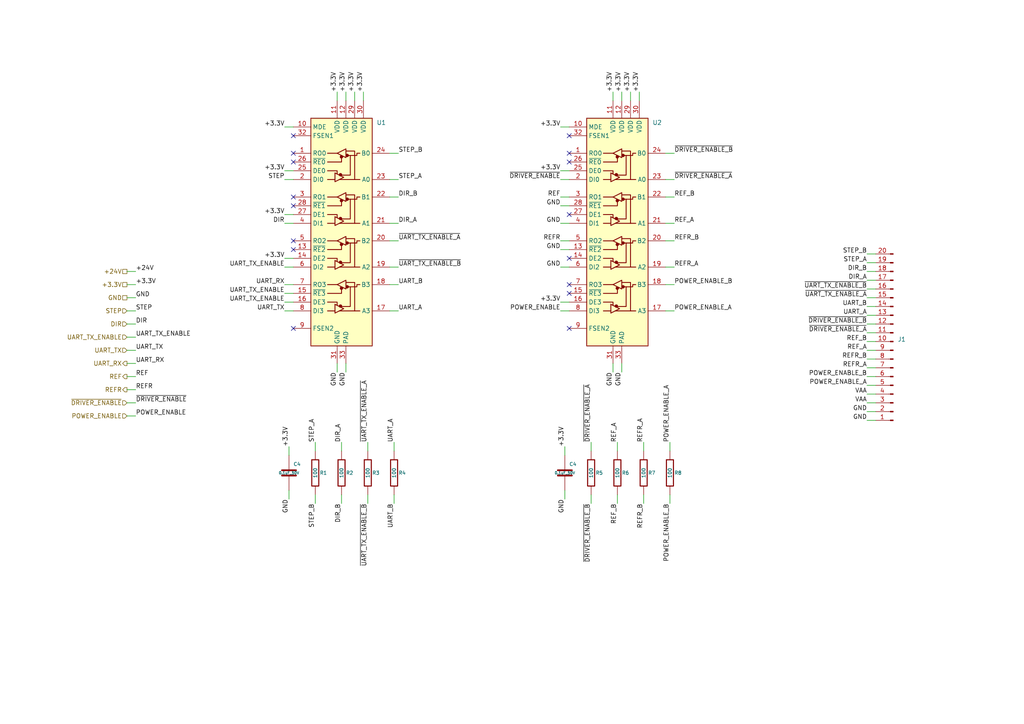
<source format=kicad_sch>
(kicad_sch (version 20230121) (generator eeschema)
  (paper "A4")
  (title_block (title "mouse_joystick_controller") (date "2023-05-22") (rev "2.0") (company "Howard Hughes Medical Institute"))
  (lib_symbols
    (symbol "Janelia:C_0.1uF_50V_0603" (pin_numbers hide) (pin_names (offset 0.254))
      (property "Reference" "C" (at 0 2.54 0))
      (property "Value" "0.1uF_50V" (at 0 0 0))
      (symbol "C_0.1uF_50V_0603_0_1"
        (polyline (pts (xy -2.032 -0.762) (xy 2.032 -0.762)) (stroke (width 0.508)))
        (polyline (pts (xy -2.032 0.762) (xy 2.032 0.762)) (stroke (width 0.508)))
      )
      (symbol "C_0.1uF_50V_0603_1_1"
        (pin passive line (at 0 5.08 270) (length 4.318) (name "~") (number "1"))
        (pin passive line (at 0 -5.08 90) (length 4.318) (name "~") (number "2"))
      )
    )
    (symbol "Janelia:Conn_FFC_20_Pin_1mm_bottom-ZF1-20-01-T-WT-TR" (pin_names (offset 1.016) hide)
      (property "Reference" "J" (at 0 25.4 0))
      (symbol "Conn_FFC_20_Pin_1mm_bottom-ZF1-20-01-T-WT-TR_1_1"
        (polyline (pts (xy 1.27 -25.4) (xy 0.8636 -25.4)) (stroke (width 0.1524)))
        (polyline (pts (xy 1.27 -22.86) (xy 0.8636 -22.86)) (stroke (width 0.1524)))
        (polyline (pts (xy 1.27 -20.32) (xy 0.8636 -20.32)) (stroke (width 0.1524)))
        (polyline (pts (xy 1.27 -17.78) (xy 0.8636 -17.78)) (stroke (width 0.1524)))
        (polyline (pts (xy 1.27 -15.24) (xy 0.8636 -15.24)) (stroke (width 0.1524)))
        (polyline (pts (xy 1.27 -12.7) (xy 0.8636 -12.7)) (stroke (width 0.1524)))
        (polyline (pts (xy 1.27 -10.16) (xy 0.8636 -10.16)) (stroke (width 0.1524)))
        (polyline (pts (xy 1.27 -7.62) (xy 0.8636 -7.62)) (stroke (width 0.1524)))
        (polyline (pts (xy 1.27 -5.08) (xy 0.8636 -5.08)) (stroke (width 0.1524)))
        (polyline (pts (xy 1.27 -2.54) (xy 0.8636 -2.54)) (stroke (width 0.1524)))
        (polyline (pts (xy 1.27 0) (xy 0.8636 0)) (stroke (width 0.1524)))
        (polyline (pts (xy 1.27 2.54) (xy 0.8636 2.54)) (stroke (width 0.1524)))
        (polyline (pts (xy 1.27 5.08) (xy 0.8636 5.08)) (stroke (width 0.1524)))
        (polyline (pts (xy 1.27 7.62) (xy 0.8636 7.62)) (stroke (width 0.1524)))
        (polyline (pts (xy 1.27 10.16) (xy 0.8636 10.16)) (stroke (width 0.1524)))
        (polyline (pts (xy 1.27 12.7) (xy 0.8636 12.7)) (stroke (width 0.1524)))
        (polyline (pts (xy 1.27 15.24) (xy 0.8636 15.24)) (stroke (width 0.1524)))
        (polyline (pts (xy 1.27 17.78) (xy 0.8636 17.78)) (stroke (width 0.1524)))
        (polyline (pts (xy 1.27 20.32) (xy 0.8636 20.32)) (stroke (width 0.1524)))
        (polyline (pts (xy 1.27 22.86) (xy 0.8636 22.86)) (stroke (width 0.1524)))
        (rectangle (start 0.8636 -25.273) (end 0 -25.527) (stroke (width 0.1524)) (fill (type outline)))
        (rectangle (start 0.8636 -22.733) (end 0 -22.987) (stroke (width 0.1524)) (fill (type outline)))
        (rectangle (start 0.8636 -20.193) (end 0 -20.447) (stroke (width 0.1524)) (fill (type outline)))
        (rectangle (start 0.8636 -17.653) (end 0 -17.907) (stroke (width 0.1524)) (fill (type outline)))
        (rectangle (start 0.8636 -15.113) (end 0 -15.367) (stroke (width 0.1524)) (fill (type outline)))
        (rectangle (start 0.8636 -12.573) (end 0 -12.827) (stroke (width 0.1524)) (fill (type outline)))
        (rectangle (start 0.8636 -10.033) (end 0 -10.287) (stroke (width 0.1524)) (fill (type outline)))
        (rectangle (start 0.8636 -7.493) (end 0 -7.747) (stroke (width 0.1524)) (fill (type outline)))
        (rectangle (start 0.8636 -4.953) (end 0 -5.207) (stroke (width 0.1524)) (fill (type outline)))
        (rectangle (start 0.8636 -2.413) (end 0 -2.667) (stroke (width 0.1524)) (fill (type outline)))
        (rectangle (start 0.8636 0.127) (end 0 -0.127) (stroke (width 0.1524)) (fill (type outline)))
        (rectangle (start 0.8636 2.667) (end 0 2.413) (stroke (width 0.1524)) (fill (type outline)))
        (rectangle (start 0.8636 5.207) (end 0 4.953) (stroke (width 0.1524)) (fill (type outline)))
        (rectangle (start 0.8636 7.747) (end 0 7.493) (stroke (width 0.1524)) (fill (type outline)))
        (rectangle (start 0.8636 10.287) (end 0 10.033) (stroke (width 0.1524)) (fill (type outline)))
        (rectangle (start 0.8636 12.827) (end 0 12.573) (stroke (width 0.1524)) (fill (type outline)))
        (rectangle (start 0.8636 15.367) (end 0 15.113) (stroke (width 0.1524)) (fill (type outline)))
        (rectangle (start 0.8636 17.907) (end 0 17.653) (stroke (width 0.1524)) (fill (type outline)))
        (rectangle (start 0.8636 20.447) (end 0 20.193) (stroke (width 0.1524)) (fill (type outline)))
        (rectangle (start 0.8636 22.987) (end 0 22.733) (stroke (width 0.1524)) (fill (type outline)))
        (pin passive line (at 5.08 22.86 180) (length 3.81) (name "Pin_1") (number "1"))
        (pin passive line (at 5.08 0 180) (length 3.81) (name "Pin_10") (number "10"))
        (pin passive line (at 5.08 -2.54 180) (length 3.81) (name "Pin_11") (number "11"))
        (pin passive line (at 5.08 -5.08 180) (length 3.81) (name "Pin_12") (number "12"))
        (pin passive line (at 5.08 -7.62 180) (length 3.81) (name "Pin_13") (number "13"))
        (pin passive line (at 5.08 -10.16 180) (length 3.81) (name "Pin_14") (number "14"))
        (pin passive line (at 5.08 -12.7 180) (length 3.81) (name "Pin_15") (number "15"))
        (pin passive line (at 5.08 -15.24 180) (length 3.81) (name "Pin_16") (number "16"))
        (pin passive line (at 5.08 -17.78 180) (length 3.81) (name "Pin_17") (number "17"))
        (pin passive line (at 5.08 -20.32 180) (length 3.81) (name "Pin_18") (number "18"))
        (pin passive line (at 5.08 -22.86 180) (length 3.81) (name "Pin_19") (number "19"))
        (pin passive line (at 5.08 20.32 180) (length 3.81) (name "Pin_2") (number "2"))
        (pin passive line (at 5.08 -25.4 180) (length 3.81) (name "Pin_20") (number "20"))
        (pin passive line (at 5.08 17.78 180) (length 3.81) (name "Pin_3") (number "3"))
        (pin passive line (at 5.08 15.24 180) (length 3.81) (name "Pin_4") (number "4"))
        (pin passive line (at 5.08 12.7 180) (length 3.81) (name "Pin_5") (number "5"))
        (pin passive line (at 5.08 10.16 180) (length 3.81) (name "Pin_6") (number "6"))
        (pin passive line (at 5.08 7.62 180) (length 3.81) (name "Pin_7") (number "7"))
        (pin passive line (at 5.08 5.08 180) (length 3.81) (name "Pin_8") (number "8"))
        (pin passive line (at 5.08 2.54 180) (length 3.81) (name "Pin_9") (number "9"))
      )
    )
    (symbol "Janelia:LVDS_4-4_HALF_DS91M040TSQE"
      (property "Reference" "U" (at 10.16 31.75 0))
      (symbol "LVDS_4-4_HALF_DS91M040TSQE_0_1"
        (rectangle (start -8.89 33.02) (end 8.89 -33.02) (stroke (width 0.254)) (fill (type background)))
        (circle (center -0.3048 -21.463) (radius 0.3556) (stroke (width 0.254)) (fill (type outline)))
        (circle (center -0.3048 -8.763) (radius 0.3556) (stroke (width 0.254)) (fill (type outline)))
        (circle (center -0.3048 3.937) (radius 0.3556) (stroke (width 0.254)) (fill (type outline)))
        (circle (center -0.3048 16.637) (radius 0.3556) (stroke (width 0.254)) (fill (type outline)))
        (circle (center -0.0254 -16.2814) (radius 0.3556) (stroke (width 0.254)) (fill (type outline)))
        (circle (center -0.0254 -3.5814) (radius 0.3556) (stroke (width 0.254)) (fill (type outline)))
        (circle (center -0.0254 9.1186) (radius 0.3556) (stroke (width 0.254)) (fill (type outline)))
        (circle (center -0.0254 21.8186) (radius 0.3556) (stroke (width 0.254)) (fill (type outline)))
        (polyline (pts (xy -4.064 -22.86) (xy -1.905 -22.86)) (stroke (width 0.254)))
        (polyline (pts (xy -4.064 -15.24) (xy -1.27 -15.24)) (stroke (width 0.254)))
        (polyline (pts (xy -4.064 -10.16) (xy -1.905 -10.16)) (stroke (width 0.254)))
        (polyline (pts (xy -4.064 -2.54) (xy -1.27 -2.54)) (stroke (width 0.254)))
        (polyline (pts (xy -4.064 2.54) (xy -1.905 2.54)) (stroke (width 0.254)))
        (polyline (pts (xy -4.064 10.16) (xy -1.27 10.16)) (stroke (width 0.254)))
        (polyline (pts (xy -4.064 15.24) (xy -1.905 15.24)) (stroke (width 0.254)))
        (polyline (pts (xy -4.064 22.86) (xy -1.27 22.86)) (stroke (width 0.254)))
        (polyline (pts (xy -1.27 -20.9804) (xy -1.27 -21.2344)) (stroke (width 0.254)))
        (polyline (pts (xy -1.27 -8.2804) (xy -1.27 -8.5344)) (stroke (width 0.254)))
        (polyline (pts (xy -1.27 4.4196) (xy -1.27 4.1656)) (stroke (width 0.254)))
        (polyline (pts (xy -1.27 17.1196) (xy -1.27 16.8656)) (stroke (width 0.254)))
        (polyline (pts (xy -0.635 -22.86) (xy 5.334 -22.86)) (stroke (width 0.254)))
        (polyline (pts (xy -0.635 -10.16) (xy 5.334 -10.16)) (stroke (width 0.254)))
        (polyline (pts (xy -0.635 2.54) (xy 5.334 2.54)) (stroke (width 0.254)))
        (polyline (pts (xy -0.635 15.24) (xy 5.334 15.24)) (stroke (width 0.254)))
        (polyline (pts (xy -4.064 -20.32) (xy -1.27 -20.32) (xy -1.27 -20.955)) (stroke (width 0.254)))
        (polyline (pts (xy -4.064 -7.62) (xy -1.27 -7.62) (xy -1.27 -8.255)) (stroke (width 0.254)))
        (polyline (pts (xy -4.064 5.08) (xy -1.27 5.08) (xy -1.27 4.445)) (stroke (width 0.254)))
        (polyline (pts (xy -4.064 17.78) (xy -1.27 17.78) (xy -1.27 17.145)) (stroke (width 0.254)))
        (polyline (pts (xy 0 -16.51) (xy 0 -17.78) (xy -4.064 -17.78)) (stroke (width 0.254)))
        (polyline (pts (xy 0 -3.81) (xy 0 -5.08) (xy -4.064 -5.08)) (stroke (width 0.254)))
        (polyline (pts (xy 0 8.89) (xy 0 7.62) (xy -4.064 7.62)) (stroke (width 0.254)))
        (polyline (pts (xy 0 21.59) (xy 0 20.32) (xy -4.064 20.32)) (stroke (width 0.254)))
        (polyline (pts (xy 1.27 -14.605) (xy 3.81 -14.605) (xy 3.81 -22.86)) (stroke (width 0.254)))
        (polyline (pts (xy 1.27 -1.905) (xy 3.81 -1.905) (xy 3.81 -10.16)) (stroke (width 0.254)))
        (polyline (pts (xy 1.27 10.795) (xy 3.81 10.795) (xy 3.81 2.54)) (stroke (width 0.254)))
        (polyline (pts (xy 1.27 23.495) (xy 3.81 23.495) (xy 3.81 15.24)) (stroke (width 0.254)))
        (polyline (pts (xy 2.54 -15.875) (xy 2.54 -21.59) (xy 0 -21.59)) (stroke (width 0.254)))
        (polyline (pts (xy 2.54 -3.175) (xy 2.54 -8.89) (xy 0 -8.89)) (stroke (width 0.254)))
        (polyline (pts (xy 2.54 9.525) (xy 2.54 3.81) (xy 0 3.81)) (stroke (width 0.254)))
        (polyline (pts (xy 2.54 22.225) (xy 2.54 16.51) (xy 0 16.51)) (stroke (width 0.254)))
        (polyline (pts (xy -1.905 -20.955) (xy -1.905 -23.495) (xy 0.635 -22.225) (xy -1.905 -20.955)) (stroke (width 0.254)))
        (polyline (pts (xy -1.905 -8.255) (xy -1.905 -10.795) (xy 0.635 -9.525) (xy -1.905 -8.255)) (stroke (width 0.254)))
        (polyline (pts (xy -1.905 4.445) (xy -1.905 1.905) (xy 0.635 3.175) (xy -1.905 4.445)) (stroke (width 0.254)))
        (polyline (pts (xy -1.905 17.145) (xy -1.905 14.605) (xy 0.635 15.875) (xy -1.905 17.145)) (stroke (width 0.254)))
        (polyline (pts (xy -1.27 -15.24) (xy 1.27 -13.97) (xy 1.27 -16.51) (xy -1.27 -15.24)) (stroke (width 0.254)))
        (polyline (pts (xy -1.27 -2.54) (xy 1.27 -1.27) (xy 1.27 -3.81) (xy -1.27 -2.54)) (stroke (width 0.254)))
        (polyline (pts (xy -1.27 10.16) (xy 1.27 11.43) (xy 1.27 8.89) (xy -1.27 10.16)) (stroke (width 0.254)))
        (polyline (pts (xy -1.27 22.86) (xy 1.27 24.13) (xy 1.27 21.59) (xy -1.27 22.86)) (stroke (width 0.254)))
        (polyline (pts (xy 1.905 -15.875) (xy 4.445 -15.875) (xy 4.445 -15.24) (xy 5.334 -15.24)) (stroke (width 0.254)))
        (polyline (pts (xy 1.905 -3.175) (xy 4.445 -3.175) (xy 4.445 -2.54) (xy 5.334 -2.54)) (stroke (width 0.254)))
        (polyline (pts (xy 1.905 9.525) (xy 4.445 9.525) (xy 4.445 10.16) (xy 5.334 10.16)) (stroke (width 0.254)))
        (polyline (pts (xy 1.905 22.225) (xy 4.445 22.225) (xy 4.445 22.86) (xy 5.334 22.86)) (stroke (width 0.254)))
        (rectangle (start 1.27 -14.605) (end 1.27 -14.605))
        (rectangle (start 1.27 -1.905) (end 1.27 -1.905))
        (rectangle (start 1.27 10.795) (end 1.27 10.795))
        (rectangle (start 1.27 23.495) (end 1.27 23.495))
        (circle (center 1.651 -15.875) (radius 0.3556) (stroke (width 0.254)) (fill (type outline)))
        (circle (center 1.651 -3.175) (radius 0.3556) (stroke (width 0.254)) (fill (type outline)))
        (circle (center 1.651 9.525) (radius 0.3556) (stroke (width 0.254)) (fill (type outline)))
        (circle (center 1.651 22.225) (radius 0.3556) (stroke (width 0.254)) (fill (type outline)))
      )
      (symbol "LVDS_4-4_HALF_DS91M040TSQE_1_1"
        (pin output line (at -13.97 22.86 0) (length 5.08) (name "RO0") (number "1"))
        (pin input line (at -13.97 30.48 0) (length 5.08) (name "MDE") (number "10"))
        (pin power_in line (at -1.27 38.1 270) (length 5.08) (name "VDD") (number "11"))
        (pin power_in line (at 1.27 38.1 270) (length 5.08) (name "VDD") (number "12"))
        (pin input line (at -13.97 -5.08 0) (length 5.08) (name "~{RE2}") (number "13"))
        (pin input line (at -13.97 -7.62 0) (length 5.08) (name "DE2") (number "14"))
        (pin input line (at -13.97 -17.78 0) (length 5.08) (name "~{RE3}") (number "15"))
        (pin input line (at -13.97 -20.32 0) (length 5.08) (name "DE3") (number "16"))
        (pin bidirectional line (at 13.97 -22.86 180) (length 5.08) (name "A3") (number "17"))
        (pin bidirectional line (at 13.97 -15.24 180) (length 5.08) (name "B3") (number "18"))
        (pin bidirectional line (at 13.97 -10.16 180) (length 5.08) (name "A2") (number "19"))
        (pin input line (at -13.97 15.24 0) (length 5.08) (name "DI0") (number "2"))
        (pin bidirectional line (at 13.97 -2.54 180) (length 5.08) (name "B2") (number "20"))
        (pin bidirectional line (at 13.97 2.54 180) (length 5.08) (name "A1") (number "21"))
        (pin bidirectional line (at 13.97 10.16 180) (length 5.08) (name "B1") (number "22"))
        (pin bidirectional line (at 13.97 15.24 180) (length 5.08) (name "A0") (number "23"))
        (pin bidirectional line (at 13.97 22.86 180) (length 5.08) (name "B0") (number "24"))
        (pin input line (at -13.97 17.78 0) (length 5.08) (name "DE0") (number "25"))
        (pin input line (at -13.97 20.32 0) (length 5.08) (name "~{RE0}") (number "26"))
        (pin input line (at -13.97 5.08 0) (length 5.08) (name "DE1") (number "27"))
        (pin input line (at -13.97 7.62 0) (length 5.08) (name "~{RE1}") (number "28"))
        (pin power_in line (at 3.81 38.1 270) (length 5.08) (name "VDD") (number "29"))
        (pin output line (at -13.97 10.16 0) (length 5.08) (name "RO1") (number "3"))
        (pin power_in line (at 6.35 38.1 270) (length 5.08) (name "VDD") (number "30"))
        (pin power_in line (at -1.27 -38.1 90) (length 5.08) (name "GND") (number "31"))
        (pin input line (at -13.97 27.94 0) (length 5.08) (name "FSEN1") (number "32"))
        (pin power_in line (at 1.27 -38.1 90) (length 5.08) (name "PAD") (number "33"))
        (pin input line (at -13.97 2.54 0) (length 5.08) (name "DI1") (number "4"))
        (pin output line (at -13.97 -2.54 0) (length 5.08) (name "RO2") (number "5"))
        (pin input line (at -13.97 -10.16 0) (length 5.08) (name "DI2") (number "6"))
        (pin output line (at -13.97 -15.24 0) (length 5.08) (name "RO3") (number "7"))
        (pin input line (at -13.97 -22.86 0) (length 5.08) (name "DI3") (number "8"))
        (pin input line (at -13.97 -27.94 0) (length 5.08) (name "FSEN2") (number "9"))
      )
    )
    (symbol "Janelia:R_100_0402" (pin_numbers hide) (pin_names (offset 0))
      (property "Reference" "R" (at 2.032 0 90))
      (property "Value" "100" (at 0.1778 0.0254 90))
      (symbol "R_100_0402_0_1"
        (rectangle (start -1.016 3.81) (end 1.016 -3.81) (stroke (width 0.3048)))
      )
      (symbol "R_100_0402_1_1"
        (pin passive line (at 0 6.35 270) (length 2.54) (name "~") (number "1"))
        (pin passive line (at 0 -6.35 90) (length 2.54) (name "~") (number "2"))
      )
    )
  )
  (no_connect (at 85.09 72.39))
  (no_connect (at 165.1 82.55))
  (no_connect (at 165.1 74.93))
  (no_connect (at 165.1 95.25))
  (no_connect (at 165.1 85.09))
  (no_connect (at 85.09 69.85))
  (no_connect (at 165.1 62.23))
  (no_connect (at 85.09 95.25))
  (no_connect (at 165.1 44.45))
  (no_connect (at 85.09 57.15))
  (no_connect (at 85.09 59.69))
  (no_connect (at 85.09 46.99))
  (no_connect (at 85.09 44.45))
  (no_connect (at 85.09 39.37))
  (no_connect (at 165.1 46.99))
  (no_connect (at 165.1 39.37))
  (wire (pts (xy 113.03 69.85) (xy 115.57 69.85)))
  (wire (pts (xy 82.55 90.17) (xy 85.09 90.17)))
  (wire (pts (xy 251.46 73.66) (xy 254 73.66)))
  (wire (pts (xy 165.1 57.15) (xy 162.56 57.15)))
  (wire (pts (xy 113.03 77.47) (xy 115.57 77.47)))
  (wire (pts (xy 163.83 142.24) (xy 163.83 144.78)))
  (wire (pts (xy 105.41 29.21) (xy 105.41 26.67)))
  (wire (pts (xy 186.69 143.51) (xy 186.69 146.05)))
  (wire (pts (xy 165.1 49.53) (xy 162.56 49.53)))
  (wire (pts (xy 39.37 120.65) (xy 36.83 120.65)))
  (wire (pts (xy 113.03 90.17) (xy 115.57 90.17)))
  (wire (pts (xy 193.04 77.47) (xy 195.58 77.47)))
  (wire (pts (xy 39.37 82.55) (xy 36.83 82.55)))
  (wire (pts (xy 85.09 87.63) (xy 82.55 87.63)))
  (wire (pts (xy 185.42 29.21) (xy 185.42 26.67)))
  (wire (pts (xy 254 106.68) (xy 251.46 106.68)))
  (wire (pts (xy 254 109.22) (xy 251.46 109.22)))
  (wire (pts (xy 83.82 142.24) (xy 83.82 144.78)))
  (wire (pts (xy 39.37 97.79) (xy 36.83 97.79)))
  (wire (pts (xy 165.1 64.77) (xy 162.56 64.77)))
  (wire (pts (xy 100.33 29.21) (xy 100.33 26.67)))
  (wire (pts (xy 194.31 143.51) (xy 194.31 146.05)))
  (wire (pts (xy 39.37 93.98) (xy 36.83 93.98)))
  (wire (pts (xy 193.04 44.45) (xy 195.58 44.45)))
  (wire (pts (xy 113.03 44.45) (xy 115.57 44.45)))
  (wire (pts (xy 102.87 29.21) (xy 102.87 26.67)))
  (wire (pts (xy 254 88.9) (xy 251.46 88.9)))
  (wire (pts (xy 97.79 29.21) (xy 97.79 26.67)))
  (wire (pts (xy 39.37 101.6) (xy 36.83 101.6)))
  (wire (pts (xy 85.09 64.77) (xy 82.55 64.77)))
  (wire (pts (xy 177.8 29.21) (xy 177.8 26.67)))
  (wire (pts (xy 254 99.06) (xy 251.46 99.06)))
  (wire (pts (xy 39.37 86.36) (xy 36.83 86.36)))
  (wire (pts (xy 165.1 77.47) (xy 162.56 77.47)))
  (wire (pts (xy 91.44 143.51) (xy 91.44 146.05)))
  (wire (pts (xy 39.37 105.41) (xy 36.83 105.41)))
  (wire (pts (xy 251.46 86.36) (xy 254 86.36)))
  (wire (pts (xy 251.46 81.28) (xy 254 81.28)))
  (wire (pts (xy 193.04 57.15) (xy 195.58 57.15)))
  (wire (pts (xy 85.09 77.47) (xy 82.55 77.47)))
  (wire (pts (xy 254 116.84) (xy 251.46 116.84)))
  (wire (pts (xy 165.1 90.17) (xy 162.56 90.17)))
  (wire (pts (xy 97.79 105.41) (xy 97.79 107.95)))
  (wire (pts (xy 85.09 85.09) (xy 82.55 85.09)))
  (wire (pts (xy 39.37 116.84) (xy 36.83 116.84)))
  (wire (pts (xy 194.31 128.27) (xy 194.31 130.81)))
  (wire (pts (xy 85.09 52.07) (xy 82.55 52.07)))
  (wire (pts (xy 113.03 52.07) (xy 115.57 52.07)))
  (wire (pts (xy 85.09 62.23) (xy 82.55 62.23)))
  (wire (pts (xy 171.45 143.51) (xy 171.45 146.05)))
  (wire (pts (xy 85.09 49.53) (xy 82.55 49.53)))
  (wire (pts (xy 254 114.3) (xy 251.46 114.3)))
  (wire (pts (xy 165.1 69.85) (xy 162.56 69.85)))
  (wire (pts (xy 251.46 83.82) (xy 254 83.82)))
  (wire (pts (xy 114.3 143.51) (xy 114.3 146.05)))
  (wire (pts (xy 165.1 87.63) (xy 162.56 87.63)))
  (wire (pts (xy 113.03 64.77) (xy 115.57 64.77)))
  (wire (pts (xy 180.34 29.21) (xy 180.34 26.67)))
  (wire (pts (xy 254 96.52) (xy 251.46 96.52)))
  (wire (pts (xy 254 111.76) (xy 251.46 111.76)))
  (wire (pts (xy 106.68 143.51) (xy 106.68 146.05)))
  (wire (pts (xy 179.07 143.51) (xy 179.07 146.05)))
  (wire (pts (xy 165.1 72.39) (xy 162.56 72.39)))
  (wire (pts (xy 91.44 128.27) (xy 91.44 130.81)))
  (wire (pts (xy 179.07 128.27) (xy 179.07 130.81)))
  (wire (pts (xy 182.88 29.21) (xy 182.88 26.67)))
  (wire (pts (xy 186.69 128.27) (xy 186.69 130.81)))
  (wire (pts (xy 251.46 78.74) (xy 254 78.74)))
  (wire (pts (xy 254 101.6) (xy 251.46 101.6)))
  (wire (pts (xy 113.03 82.55) (xy 115.57 82.55)))
  (wire (pts (xy 82.55 82.55) (xy 85.09 82.55)))
  (wire (pts (xy 106.68 128.27) (xy 106.68 130.81)))
  (wire (pts (xy 177.8 105.41) (xy 177.8 107.95)))
  (wire (pts (xy 254 104.14) (xy 251.46 104.14)))
  (wire (pts (xy 39.37 113.03) (xy 36.83 113.03)))
  (wire (pts (xy 254 119.38) (xy 251.46 119.38)))
  (wire (pts (xy 165.1 36.83) (xy 162.56 36.83)))
  (wire (pts (xy 113.03 57.15) (xy 115.57 57.15)))
  (wire (pts (xy 254 91.44) (xy 251.46 91.44)))
  (wire (pts (xy 39.37 78.74) (xy 36.83 78.74)))
  (wire (pts (xy 193.04 82.55) (xy 195.58 82.55)))
  (wire (pts (xy 39.37 109.22) (xy 36.83 109.22)))
  (wire (pts (xy 100.33 105.41) (xy 100.33 107.95)))
  (wire (pts (xy 83.82 132.08) (xy 83.82 129.54)))
  (wire (pts (xy 85.09 36.83) (xy 82.55 36.83)))
  (wire (pts (xy 193.04 69.85) (xy 195.58 69.85)))
  (wire (pts (xy 165.1 52.07) (xy 162.56 52.07)))
  (wire (pts (xy 39.37 90.17) (xy 36.83 90.17)))
  (wire (pts (xy 193.04 64.77) (xy 195.58 64.77)))
  (wire (pts (xy 171.45 128.27) (xy 171.45 130.81)))
  (wire (pts (xy 165.1 59.69) (xy 162.56 59.69)))
  (wire (pts (xy 114.3 128.27) (xy 114.3 130.81)))
  (wire (pts (xy 163.83 132.08) (xy 163.83 129.54)))
  (wire (pts (xy 99.06 128.27) (xy 99.06 130.81)))
  (wire (pts (xy 254 121.92) (xy 251.46 121.92)))
  (wire (pts (xy 99.06 143.51) (xy 99.06 146.05)))
  (wire (pts (xy 254 93.98) (xy 251.46 93.98)))
  (wire (pts (xy 85.09 74.93) (xy 82.55 74.93)))
  (wire (pts (xy 251.46 76.2) (xy 254 76.2)))
  (wire (pts (xy 193.04 52.07) (xy 195.58 52.07)))
  (wire (pts (xy 180.34 105.41) (xy 180.34 107.95)))
  (wire (pts (xy 193.04 90.17) (xy 195.58 90.17)))
  (label "~{DRIVER_ENABLE_B}" (at 251.46 93.98 180))
  (label "+3.3V" (at 162.56 49.53 180))
  (label "+3.3V" (at 162.56 36.83 180))
  (label "UART_TX_ENABLE" (at 82.55 77.47 180))
  (label "GND" (at 162.56 72.39 180))
  (label "+24V" (at 39.37 78.74 0))
  (label "POWER_ENABLE_A" (at 195.58 90.17 0))
  (label "UART_B" (at 114.3 146.05 270))
  (label "GND" (at 100.33 107.95 270))
  (label "POWER_ENABLE_B" (at 251.46 109.22 180))
  (label "STEP_A" (at 251.46 76.2 180))
  (label "+3.3V" (at 102.87 26.67 90))
  (label "REFR_A" (at 251.46 106.68 180))
  (label "+3.3V" (at 163.83 129.54 90))
  (label "+3.3V" (at 39.37 82.55 0))
  (label "DIR_A" (at 99.06 128.27 90))
  (label "+3.3V" (at 82.55 49.53 180))
  (label "STEP" (at 82.55 52.07 180))
  (label "DIR_B" (at 251.46 78.74 180))
  (label "REF_A" (at 251.46 101.6 180))
  (label "REF_B" (at 195.58 57.15 0))
  (label "DIR_B" (at 99.06 146.05 270))
  (label "+3.3V" (at 100.33 26.67 90))
  (label "UART_B" (at 251.46 88.9 180))
  (label "REF" (at 162.56 57.15 180))
  (label "~{UART_TX_ENABLE_A}" (at 106.68 128.27 90))
  (label "REF_B" (at 251.46 99.06 180))
  (label "GND" (at 162.56 64.77 180))
  (label "REF_A" (at 195.58 64.77 0))
  (label "UART_A" (at 114.3 128.27 90))
  (label "DIR" (at 39.37 93.98 0))
  (label "REFR_B" (at 195.58 69.85 0))
  (label "STEP_A" (at 91.44 128.27 90))
  (label "UART_TX_ENABLE" (at 82.55 85.09 180))
  (label "DIR" (at 82.55 64.77 180))
  (label "GND" (at 251.46 119.38 180))
  (label "~{DRIVER_ENABLE_B}" (at 195.58 44.45 0))
  (label "VAA" (at 251.46 114.3 180))
  (label "STEP_B" (at 91.44 146.05 270))
  (label "POWER_ENABLE_B" (at 194.31 146.05 270))
  (label "GND" (at 177.8 107.95 270))
  (label "REF_A" (at 179.07 128.27 90))
  (label "REFR" (at 39.37 113.03 0))
  (label "GND" (at 162.56 59.69 180))
  (label "REFR" (at 162.56 69.85 180))
  (label "UART_TX" (at 82.55 90.17 180))
  (label "REFR_B" (at 251.46 104.14 180))
  (label "~{UART_TX_ENABLE_B}" (at 106.68 146.05 270))
  (label "~{DRIVER_ENABLE_A}" (at 251.46 96.52 180))
  (label "+3.3V" (at 177.8 26.67 90))
  (label "REF" (at 39.37 109.22 0))
  (label "STEP_B" (at 251.46 73.66 180))
  (label "REF_B" (at 179.07 146.05 270))
  (label "GND" (at 97.79 107.95 270))
  (label "DIR_B" (at 115.57 57.15 0))
  (label "~{UART_TX_ENABLE_B}" (at 115.57 77.47 0))
  (label "GND" (at 251.46 121.92 180))
  (label "POWER_ENABLE_A" (at 194.31 128.27 90))
  (label "GND" (at 162.56 77.47 180))
  (label "~{UART_TX_ENABLE_A}" (at 115.57 69.85 0))
  (label "UART_RX" (at 82.55 82.55 180))
  (label "POWER_ENABLE_A" (at 251.46 111.76 180))
  (label "UART_TX_ENABLE" (at 82.55 87.63 180))
  (label "REFR_A" (at 186.69 128.27 90))
  (label "~{DRIVER_ENABLE}" (at 162.56 52.07 180))
  (label "UART_B" (at 115.57 82.55 0))
  (label "POWER_ENABLE" (at 162.56 90.17 180))
  (label "UART_RX" (at 39.37 105.41 0))
  (label "STEP_B" (at 115.57 44.45 0))
  (label "REFR_B" (at 186.69 146.05 270))
  (label "+3.3V" (at 182.88 26.67 90))
  (label "UART_TX" (at 39.37 101.6 0))
  (label "~{UART_TX_ENABLE_B}" (at 251.46 83.82 180))
  (label "+3.3V" (at 82.55 36.83 180))
  (label "STEP_A" (at 115.57 52.07 0))
  (label "GND" (at 83.82 144.78 270))
  (label "~{DRIVER_ENABLE_B}" (at 171.45 146.05 270))
  (label "UART_TX_ENABLE" (at 39.37 97.79 0))
  (label "+3.3V" (at 185.42 26.67 90))
  (label "~{UART_TX_ENABLE_A}" (at 251.46 86.36 180))
  (label "POWER_ENABLE_B" (at 195.58 82.55 0))
  (label "~{DRIVER_ENABLE_A}" (at 195.58 52.07 0))
  (label "UART_A" (at 115.57 90.17 0))
  (label "+3.3V" (at 97.79 26.67 90))
  (label "~{DRIVER_ENABLE}" (at 39.37 116.84 0))
  (label "+3.3V" (at 162.56 87.63 180))
  (label "VAA" (at 251.46 116.84 180))
  (label "+3.3V" (at 82.55 74.93 180))
  (label "GND" (at 180.34 107.95 270))
  (label "+3.3V" (at 83.82 129.54 90))
  (label "GND" (at 39.37 86.36 0))
  (label "DIR_A" (at 251.46 81.28 180))
  (label "+3.3V" (at 82.55 62.23 180))
  (label "STEP" (at 39.37 90.17 0))
  (label "~{DRIVER_ENABLE_A}" (at 171.45 128.27 90))
  (label "GND" (at 163.83 144.78 270))
  (label "DIR_A" (at 115.57 64.77 0))
  (label "UART_A" (at 251.46 91.44 180))
  (label "REFR_A" (at 195.58 77.47 0))
  (label "+3.3V" (at 105.41 26.67 90))
  (label "POWER_ENABLE" (at 39.37 120.65 0))
  (label "+3.3V" (at 180.34 26.67 90))
  (hierarchical_label "POWER_ENABLE" (shape input) (at 36.83 120.65 180))
  (hierarchical_label "+3.3V" (shape passive) (at 36.83 82.55 180))
  (hierarchical_label "+24V" (shape passive) (at 36.83 78.74 180))
  (hierarchical_label "REFR" (shape output) (at 36.83 113.03 180))
  (hierarchical_label "DIR" (shape input) (at 36.83 93.98 180))
  (hierarchical_label "GND" (shape passive) (at 36.83 86.36 180))
  (hierarchical_label "~{DRIVER_ENABLE}" (shape input) (at 36.83 116.84 180))
  (hierarchical_label "UART_RX" (shape output) (at 36.83 105.41 180))
  (hierarchical_label "STEP" (shape input) (at 36.83 90.17 180))
  (hierarchical_label "UART_TX" (shape input) (at 36.83 101.6 180))
  (hierarchical_label "REF" (shape output) (at 36.83 109.22 180))
  (hierarchical_label "UART_TX_ENABLE" (shape input) (at 36.83 97.79 180))
  (symbol (lib_id "Janelia:Conn_FFC_20_Pin_1mm_bottom-ZF1-20-01-T-WT-TR") (at 259.08 99.06 180) (unit 1)
    (property "Reference" "J1" (at 260.35 98.425 0) (effects (justify right)))
    (property "Value" "Conn_FFC_20_Pin_1mm_bottom-ZF1-20-01-T-WT-TR" (effects hide))
    (property "Footprint" "Janelia:FFC_Samtec_ZF1-20-01-X-WT-Xx20-1MP_P1mm_Horizontal" (effects hide))
    (property "Manufacturer" "Samtec Inc." (effects hide))
    (property "Manufacturer Part Number" "ZF1-20-01-T-WT-TR" (effects hide))
    (property "Description" "CONN FFC BOTTOM 20POS 1MM R/A" (effects hide))
    (property "Vendor" "Digi-Key" (effects hide))
    (property "Vendor Part Number" "SAM14906CT-ND" (effects hide))
  )
  (symbol (lib_id "Janelia:LVDS_4-4_HALF_DS91M040TSQE") (at 99.06 67.31 0) (unit 1)
    (property "Reference" "U1" (at 109.22 35.56 0) (effects (justify left)))
    (property "Value" "LVDS_4-4_HALF_DS91M040TSQE" (effects hide))
    (property "Footprint" "Janelia:DS91M040TSQE_NOPB" (effects hide))
    (property "Description" "IC TRANSCEIVER HALF 4/4" (effects hide))
    (property "Package" "32WQFN" (effects hide))
    (property "Manufacturer" "Texas Instruments" (effects hide))
    (property "Manufacturer Part Number" "DS91M040TSQE/NOPB" (effects hide))
    (property "Vendor" "Digi-Key" (effects hide))
    (property "Vendor Part Number" "DS91M040TSQE/NOPBCT-ND" (effects hide))
  )
  (symbol (lib_id "Janelia:R_100_0402") (at 171.45 137.16 0) (unit 1)
    (property "Reference" "R5" (at 172.72 137.16 0) (effects (font (size 1.016 1.016)) (justify left)))
    (property "Value" "100" (at 171.45 137.16 90) (effects (font (size 1.016 1.016))))
    (property "Footprint" "Janelia:R_0402_1005Metric" (effects hide))
    (property "Vendor" "Digi-Key" (effects hide))
    (property "Vendor Part Number" "RMCF0402FT100RCT-ND" (effects hide))
    (property "Description" "RES 100 OHM 1% 1/16W" (effects hide))
    (property "Package" "0402" (effects hide))
    (property "Manufacturer" "Stackpole Electronics Inc" (effects hide))
    (property "Manufacturer Part Number" "RMCF0402FT100R" (effects hide))
  )
  (symbol (lib_id "Janelia:R_100_0402") (at 186.69 137.16 0) (unit 1)
    (property "Reference" "R7" (at 187.96 137.16 0) (effects (font (size 1.016 1.016)) (justify left)))
    (property "Value" "100" (at 186.69 137.16 90) (effects (font (size 1.016 1.016))))
    (property "Footprint" "Janelia:R_0402_1005Metric" (effects hide))
    (property "Vendor" "Digi-Key" (effects hide))
    (property "Vendor Part Number" "RMCF0402FT100RCT-ND" (effects hide))
    (property "Description" "RES 100 OHM 1% 1/16W" (effects hide))
    (property "Package" "0402" (effects hide))
    (property "Manufacturer" "Stackpole Electronics Inc" (effects hide))
    (property "Manufacturer Part Number" "RMCF0402FT100R" (effects hide))
  )
  (symbol (lib_id "Janelia:C_0.1uF_50V_0603") (at 83.82 137.16 0) (unit 1)
    (property "Reference" "C4" (at 85.09 134.62 0) (effects (font (size 1.016 1.016)) (justify left)))
    (property "Value" "0.1uF_50V" (at 83.82 137.16 0) (effects (font (size 0.762 0.762))))
    (property "Footprint" "Janelia:C_0603_1608Metric" (effects hide))
    (property "Description" "CAP CER 0.1UF 50V X7R" (effects hide))
    (property "Package" "0603" (effects hide))
    (property "Manufacturer" "KEMET" (effects hide))
    (property "Manufacturer Part Number" "C0603C104K5RACAUTO" (effects hide))
    (property "Vendor" "Digi-Key" (effects hide))
    (property "Vendor Part Number" "399-6856-1-ND" (effects hide))
    (instances (project "mouse_joystick_controller" (path "" (reference "C4") (unit 1)) (path "" (reference "C1") (unit 1))))
  )
  (symbol (lib_id "Janelia:R_100_0402") (at 91.44 137.16 0) (unit 1)
    (property "Reference" "R1" (at 92.71 137.16 0) (effects (font (size 1.016 1.016)) (justify left)))
    (property "Value" "100" (at 91.44 137.16 90) (effects (font (size 1.016 1.016))))
    (property "Footprint" "Janelia:R_0402_1005Metric" (effects hide))
    (property "Vendor" "Digi-Key" (effects hide))
    (property "Vendor Part Number" "RMCF0402FT100RCT-ND" (effects hide))
    (property "Description" "RES 100 OHM 1% 1/16W" (effects hide))
    (property "Package" "0402" (effects hide))
    (property "Manufacturer" "Stackpole Electronics Inc" (effects hide))
    (property "Manufacturer Part Number" "RMCF0402FT100R" (effects hide))
  )
  (symbol (lib_id "Janelia:C_0.1uF_50V_0603") (at 163.83 137.16 0) (unit 1)
    (property "Reference" "C4" (at 165.1 134.62 0) (effects (font (size 1.016 1.016)) (justify left)))
    (property "Value" "0.1uF_50V" (at 163.83 137.16 0) (effects (font (size 0.762 0.762))))
    (property "Footprint" "Janelia:C_0603_1608Metric" (effects hide))
    (property "Description" "CAP CER 0.1UF 50V X7R" (effects hide))
    (property "Package" "0603" (effects hide))
    (property "Manufacturer" "KEMET" (effects hide))
    (property "Manufacturer Part Number" "C0603C104K5RACAUTO" (effects hide))
    (property "Vendor" "Digi-Key" (effects hide))
    (property "Vendor Part Number" "399-6856-1-ND" (effects hide))
    (instances (project "mouse_joystick_controller" (path "" (reference "C4") (unit 1)) (path "" (reference "C2") (unit 1))))
  )
  (symbol (lib_id "Janelia:LVDS_4-4_HALF_DS91M040TSQE") (at 179.07 67.31 0) (unit 1)
    (property "Reference" "U2" (at 189.23 35.56 0) (effects (justify left)))
    (property "Value" "LVDS_4-4_HALF_DS91M040TSQE" (effects hide))
    (property "Footprint" "Janelia:DS91M040TSQE_NOPB" (effects hide))
    (property "Description" "IC TRANSCEIVER HALF 4/4" (effects hide))
    (property "Package" "32WQFN" (effects hide))
    (property "Manufacturer" "Texas Instruments" (effects hide))
    (property "Manufacturer Part Number" "DS91M040TSQE/NOPB" (effects hide))
    (property "Vendor" "Digi-Key" (effects hide))
    (property "Vendor Part Number" "DS91M040TSQE/NOPBCT-ND" (effects hide))
  )
  (symbol (lib_id "Janelia:R_100_0402") (at 106.68 137.16 0) (unit 1)
    (property "Reference" "R3" (at 107.95 137.16 0) (effects (font (size 1.016 1.016)) (justify left)))
    (property "Value" "100" (at 106.68 137.16 90) (effects (font (size 1.016 1.016))))
    (property "Footprint" "Janelia:R_0402_1005Metric" (effects hide))
    (property "Vendor" "Digi-Key" (effects hide))
    (property "Vendor Part Number" "RMCF0402FT100RCT-ND" (effects hide))
    (property "Description" "RES 100 OHM 1% 1/16W" (effects hide))
    (property "Package" "0402" (effects hide))
    (property "Manufacturer" "Stackpole Electronics Inc" (effects hide))
    (property "Manufacturer Part Number" "RMCF0402FT100R" (effects hide))
  )
  (symbol (lib_id "Janelia:R_100_0402") (at 179.07 137.16 0) (unit 1)
    (property "Reference" "R6" (at 180.34 137.16 0) (effects (font (size 1.016 1.016)) (justify left)))
    (property "Value" "100" (at 179.07 137.16 90) (effects (font (size 1.016 1.016))))
    (property "Footprint" "Janelia:R_0402_1005Metric" (effects hide))
    (property "Vendor" "Digi-Key" (effects hide))
    (property "Vendor Part Number" "RMCF0402FT100RCT-ND" (effects hide))
    (property "Description" "RES 100 OHM 1% 1/16W" (effects hide))
    (property "Package" "0402" (effects hide))
    (property "Manufacturer" "Stackpole Electronics Inc" (effects hide))
    (property "Manufacturer Part Number" "RMCF0402FT100R" (effects hide))
  )
  (symbol (lib_id "Janelia:R_100_0402") (at 99.06 137.16 0) (unit 1)
    (property "Reference" "R2" (at 100.33 137.16 0) (effects (font (size 1.016 1.016)) (justify left)))
    (property "Value" "100" (at 99.06 137.16 90) (effects (font (size 1.016 1.016))))
    (property "Footprint" "Janelia:R_0402_1005Metric" (effects hide))
    (property "Vendor" "Digi-Key" (effects hide))
    (property "Vendor Part Number" "RMCF0402FT100RCT-ND" (effects hide))
    (property "Description" "RES 100 OHM 1% 1/16W" (effects hide))
    (property "Package" "0402" (effects hide))
    (property "Manufacturer" "Stackpole Electronics Inc" (effects hide))
    (property "Manufacturer Part Number" "RMCF0402FT100R" (effects hide))
  )
  (symbol (lib_id "Janelia:R_100_0402") (at 194.31 137.16 0) (unit 1)
    (property "Reference" "R8" (at 195.58 137.16 0) (effects (font (size 1.016 1.016)) (justify left)))
    (property "Value" "100" (at 194.31 137.16 90) (effects (font (size 1.016 1.016))))
    (property "Footprint" "Janelia:R_0402_1005Metric" (effects hide))
    (property "Vendor" "Digi-Key" (effects hide))
    (property "Vendor Part Number" "RMCF0402FT100RCT-ND" (effects hide))
    (property "Description" "RES 100 OHM 1% 1/16W" (effects hide))
    (property "Package" "0402" (effects hide))
    (property "Manufacturer" "Stackpole Electronics Inc" (effects hide))
    (property "Manufacturer Part Number" "RMCF0402FT100R" (effects hide))
  )
  (symbol (lib_id "Janelia:R_100_0402") (at 114.3 137.16 0) (unit 1)
    (property "Reference" "R4" (at 115.57 137.16 0) (effects (font (size 1.016 1.016)) (justify left)))
    (property "Value" "100" (at 114.3 137.16 90) (effects (font (size 1.016 1.016))))
    (property "Footprint" "Janelia:R_0402_1005Metric" (effects hide))
    (property "Vendor" "Digi-Key" (effects hide))
    (property "Vendor Part Number" "RMCF0402FT100RCT-ND" (effects hide))
    (property "Description" "RES 100 OHM 1% 1/16W" (effects hide))
    (property "Package" "0402" (effects hide))
    (property "Manufacturer" "Stackpole Electronics Inc" (effects hide))
    (property "Manufacturer Part Number" "RMCF0402FT100R" (effects hide))
  )
)
</source>
